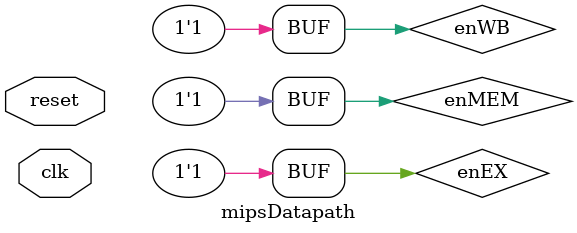
<source format=v>
/*输入:
`include "./n5_ALU.v"
    clk reset
    输出:无
*/
module mipsDatapath(
    input clk,reset
);
//输出线路声明************************************************************************************************************************
    //F
        //PC
        wire [31:0] PC_F;
        //IM
        wire [31:0] INS_F;
    //D
        //ID
        wire [31:0] INS_D;
        wire [31:0] PC_D;
        wire [31:0] PC4_D;
        wire [31:0] PC8_D;
        //Controller_D
        wire NPC_isJr_01;
        wire NPC_isJal_02;
        wire NPC_isBranch_03;
        wire NPC_isBgezall_04;
        wire [4:0]  Rs_D;
        wire [4:0]  Rt_D;
        wire [4:0]  Rd_D;
        wire [15:0] imm_D;
        wire [25:0] ins_index_D;
        //GRF
        wire [31:0] RD1_D;
        wire [31:0] RD2_D;
        //NPC
        wire [31:0]NPC;
        //CMP
        wire isEqual_CMP;
    //E
        //EX
        wire [31:0] INS_E;
        wire [31:0] PC_E;
        wire [31:0] PC4_E;
        wire [31:0] PC8_E;
        wire [31:0] RD1_E;
        wire [31:0] RD2_E;
        //Controller_E
        wire        ALU_B_01;
        wire        ALU_immExt_02;
        wire [2:0]  ALU_Op_03;
        wire [15:0] imm_E;
        //ALU
        wire [31:0] ALU_C;
        //EXT
        wire [31:0] immHasExted_E;
    //M
        //MEM
        wire [31:0] INS_M;
        wire [31:0] PC_M;
        wire [31:0] PC4_M;
        wire [31:0] PC8_M;
        wire [31:0] ALU_M;
        wire [31:0] Rt_M;
        //Controller_M
        wire DM_WE;
        //DM
        wire [31:0] DM_M;
    //W
        //WB
        wire [31:0] INS_W;
        wire [31:0] PC_W;
        wire [31:0] PC4_W;
        wire [31:0] PC8_W;
        wire [31:0] ALU_W;
        wire [31:0] DM_W;
        //Controller_W
        wire [1:0]  GRF_A3_01;
        wire        GRF_WE_02;
        wire [1:0]  GRF_WD_03;
        wire [4:0]  Rs_W;
        wire [4:0]  Rt_W;
        wire [4:0]  Rd_W;
    //Hazard
        //Hazard
        wire stallPC;
        wire stallID;
        wire flushEX;
    //Forward
        //Forward
            //NPC_Rs
                wire    [1:0]   JReg_NPC_Rs_Choose;
            //CMP
                //Rs
                wire    [1:0]   Beq_CMP_Rs_Choose;
                //Rt
                wire    [1:0]   Beq_CMP_Rt_Choose;
            //ALU
                //Rs
                wire    [2:0]   cal_r_cal_i_load_store_ALU_Rs_Choose;
                //Rt
                wire    [2:0]   cal_r_ALU_Rt_Choose;
            //Store
                //DM
                wire    [1:0]   store_Rt_Choose_DM_M;
                //Rt_E
                wire    [1:0]   store_Rt_Choose_Rt_E;




//使能线路声明************************************************************************************************************************
    //PC 用Hazard stallPC
    //ID 用Hazard stallID
    //EX 用Hazard的(flushEX||reset) 同时en恒为1
    wire enEX;
    assign enEX=1;
    //MEM en恒为1
    wire enMEM;
    assign enMEM=1;
    //WB en恒为1
    wire enWB;
    assign enWB=1;




//连接模块****************************************************************************************************************************
    //F
        //PC
        PC myPC(
            .clk(clk),
            .reset(reset),
            .en(~stallPC),
            .NPC(NPC),
            .PC(PC_F)
        );
        //IM
        IM myIM(
            .PC(PC_F),
            .Ins(INS_F)
        );
    //D
        //清空延迟槽，选择ID的PC_F为0，INS_F为0
        wire [31:0]tempINS_F,tempPC_F;
        assign tempINS_F = (NPC_isBgezall_04 & isBgezallSuc)?32'h0000_0000:INS_F;
        assign tempPC_F  = (NPC_isBgezall_04 & isBgezallSuc)?32'h0000_0000:PC_F;
        //ID
        ID myID(
            .clk(clk),
            .reset(reset),
            .en(~stallID),

            .INS_F(tempINS_F),
            .PC_F(tempPC_F),

            .INS_D(INS_D),
            .PC_D(PC_D),
            .PC4_D(PC4_D),
            .PC8_D(PC8_D)
        );
        //Controller_D
        Controller Controller_D(
        //ins**********************************
            .ins(INS_D),
        //GRF**********************************
            // .[1:0]GRF_A3_01( ),
            // .     GRF_WE_02( ),
            // .[1:0]GRF_WD_03( ),
        //ALU**********************************
            // .     ALU_B_01( ),
            // .     ALU_immExt_02( ),
            // .[2:0]ALU_Op_03( ),
        //DM***********************************
            // .     DM_WE_01( ),
        //NPC**********************************
            .NPC_isJr_01(NPC_isJr_01),
            .NPC_isJal_02(NPC_isJal_02),
            .NPC_isBranch_03(NPC_isBranch_03),
            .NPC_isBgezall_04(NPC_isBgezall_04),
        //ins_parts****************************
            .Rs(Rs_D),
            .Rt(Rt_D),
            .Rd(Rd_D),
            .imm(imm_D),
            .ins_index(ins_index_D)
        );
        //GRF
            //A3端口选择
            wire [4:0]  tempGRF_A3;
            assign tempGRF_A3 = 
                (GRF_A3_01==2'b10)? 5'd31:
                (GRF_A3_01==2'b01)? Rt_W:
                Rd_W;
            //WD端口选择
            wire [31:0] tempGRF_WD;
            assign tempGRF_WD = 
                (GRF_WD_03==2'b10)? PC8_W:
                (GRF_WD_03==2'b01)? DM_W:
                ALU_W;
        GRF myGRF(
            .clk(clk),
            .reset(reset),

            .PC_W(PC_W),
            .A1(Rs_D),
            .A2(Rt_D),
            .A3(tempGRF_A3),
            .WD(tempGRF_WD),
            .WE(GRF_WE_02),

            .RD1(RD1_D),
            .RD2(RD2_D)
        );
        //NPC
            //Rs选择
            //10-ALU_M 01-PC8_M 00-RD1
            wire [31:0]tempNPC_Rs;
            assign tempNPC_Rs = 
                (JReg_NPC_Rs_Choose==2'b10)?    ALU_M:
                (JReg_NPC_Rs_Choose==2'b01)?    PC8_M:
                RD1_D;
            //bgezallSuc判断
            wire isBgezallSuc;
            assign isBgezallSuc = (tempCMP_Rs[31]==1)?0:1;
        NPC myNPC(
            .PC_F(PC_F),
            .PC_D(PC_D),

            .rs(tempNPC_Rs),
            .imm(imm_D),
            .ins_index(ins_index_D),

            .isJr(NPC_isJr_01),
            .isJal(NPC_isJal_02),
            .isBranch(NPC_isBranch_03),
            .isBranchSuccess(isEqual_CMP),
            .isBgezall(NPC_isBgezall_04),
            .isBgezallSuc(isBgezallSuc),

            .NPC(NPC)
        );
        //CMP
            //CMP_Rs选择
            //10-ALU_M 01-PC8_M 00-RD1
            wire [31:0] tempCMP_Rs;
            assign tempCMP_Rs = 
                (Beq_CMP_Rs_Choose==2'b10)? ALU_M:
                (Beq_CMP_Rs_Choose==2'b01)? PC8_M:
                RD1_D;
            //CMP_Rt选择
            //10-ALU_M 01-PC8_M 00-RD2
            wire [31:0] tempCMP_Rt;
            assign tempCMP_Rt =
                (Beq_CMP_Rt_Choose==2'b10)? ALU_M:
                (Beq_CMP_Rt_Choose==2'b01)? PC8_M:
                RD2_D;
        CMP myCMP(
            .Rs(tempCMP_Rs),
            .Rt(tempCMP_Rt),

            .isEqual(isEqual_CMP)
        );
    //E
        //EX
            //flush整合进reset
            wire tempReset_EX;
            assign tempReset_EX = (reset||flushEX);
        EX myEX(
            //时钟
            .clk(clk),
            .reset(tempReset_EX),
            .en(enEX),

            //指令
            .INS_D(INS_D),
            .PC_D(PC_D),
            .PC4_D(PC4_D),
            .PC8_D(PC8_D),
            //GRF读出
            .RD1_D(RD1_D),
            .RD2_D(RD2_D),

            //指令
            .INS_E(INS_E),
            .PC_E(PC_E),
            .PC4_E(PC4_E),
            .PC8_E(PC8_E),
            //GRF读出
            .RD1_E(RD1_E),
            .RD2_E(RD2_E)
        );
        //Controller_E
        Controller Controller_E(
        //ins**********************************
            .ins(INS_E),
        //GRF**********************************
            // .[1:0]GRF_A3_01( ),
            // .     GRF_WE_02( ),
            // .[1:0]GRF_WD_03( ),
        //ALU**********************************
            .ALU_B_01(ALU_B_01),
            .ALU_immExt_02(ALU_immExt_02),
            .ALU_Op_03(ALU_Op_03),
        //DM***********************************
            // .     DM_WE_01( ),
        //NPC**********************************
            // .     NPC_isJr_01( ),
            // .     NPC_isJal_02( ),
            // .     NPC_isBranch_03( ),
        //ins_parts****************************
            // .[4:0]    Rs( ),
            // .[4:0]    Rt( ),
            // .[4:0]    Rd( ),
            .imm(imm_E)
            // .[25:0]   ins_index
        );
        //ALU
            //ALU_Rs选择
            //100-ALU_M 011-ALU_W 010-DM_W 001-PC8_W 000-RD1_E
            wire [31:0] tempALU_Rs;
            assign tempALU_Rs = 
                (cal_r_cal_i_load_store_ALU_Rs_Choose==3'b101)? ALU_M:
                (cal_r_cal_i_load_store_ALU_Rs_Choose==3'b100)? PC8_M:
                (cal_r_cal_i_load_store_ALU_Rs_Choose==3'b011)? ALU_W:
                (cal_r_cal_i_load_store_ALU_Rs_Choose==3'b010)? DM_W:
                (cal_r_cal_i_load_store_ALU_Rs_Choose==3'b001)? PC8_W:
                RD1_E;
            //ALU_B选择
            wire [31:0] tempALU_B;
            assign tempALU_B =
                (ALU_B_01==1'b1)?   immHasExted_E:
                tempALU_Rt;
                //ALU_Rt选择
                //100-ALU_M 011-ALU_W 010-DM_W 001-PC8_W 000-RD2_E
                wire [31:0] tempALU_Rt;
                assign tempALU_Rt = 
                    (cal_r_ALU_Rt_Choose==3'b101)?  ALU_M:
                    (cal_r_ALU_Rt_Choose==3'b100)?  PC8_M:
                    (cal_r_ALU_Rt_Choose==3'b011)?  ALU_W:
                    (cal_r_ALU_Rt_Choose==3'b010)?  DM_W:
                    (cal_r_ALU_Rt_Choose==3'b001)?  PC8_W:
                    RD2_E;
        ALU myALU(
            .A(tempALU_Rs),
            .B(tempALU_B),
            .ALUOp(ALU_Op_03),

            .C(ALU_C)
        );
        //EXT
        EXT myEXT(
            .imm(imm_E),
            .zeroOrSigned(ALU_immExt_02),

            .immHasExted(immHasExted_E)
        );
    //M
        //MEM
            //Store Rt_E的选择
            //11-ALU_W 10-DM_W 01-PC8_W 00-RD2_E
            wire [31:0] tempRt_E;
            assign tempRt_E = 
                (store_Rt_Choose_Rt_E==2'b11)?  ALU_W:
                (store_Rt_Choose_Rt_E==2'b10)?  DM_W:
                (store_Rt_Choose_Rt_E==2'b01)?  PC8_W:
                RD2_E;
        MEM myMEM(
            //时钟
            .clk(clk),
            .reset(reset),
            .en(enMEM),

            //指令
            .INS_E(INS_E),
            .PC_E(PC_E),
            .PC4_E(PC4_E),
            .PC8_E(PC8_E),
            //GRF读出
            .ALU_E(ALU_C),
            .Rt_E(tempRt_E),

            //指令
            .INS_M(INS_M),
            .PC_M(PC_M),
            .PC4_M(PC4_M),
            .PC8_M(PC8_M),
            //GRF读出
            .ALU_M(ALU_M),
            .Rt_M(Rt_M)
        );
        //Controller_M
        Controller COntroller_M(
        //ins**********************************
            .ins(INS_M),
        //GRF**********************************
            // .[1:0]GRF_A3_01( ),
            // .     GRF_WE_02( ),
            // .[1:0]GRF_WD_03( ),
        //ALU**********************************
            // .     ALU_B_01( ),
            // .     ALU_immExt_02( ),
            // .[2:0]ALU_Op_03( ),
        //DM***********************************
            .DM_WE_01(DM_WE)
        //NPC**********************************
            // .     NPC_isJr_01( ),
            // .     NPC_isJal_02( ),
            // .     NPC_isBranch_03( ),
        //ins_parts****************************
            // .[4:0]    Rs( ),
            // .[4:0]    Rt( ),
            // .[4:0]    Rd( ),
            // .[15:0]   imm( ),
            // .[25:0]   ins_index
        );
        //DM
            //DM的Rt端口选择
            //11-ALU_W 10-DM_W 01-PC8_W 00-Rt_M
            wire [31:0] tempDM_WD;
            assign tempDM_WD = 
                (store_Rt_Choose_DM_M==2'b11)?  ALU_W:
                (store_Rt_Choose_DM_M==2'b10)?  DM_W:
                (store_Rt_Choose_DM_M==2'b01)?  PC8_W:
                Rt_M;
        DM myDM(
            .A(ALU_M),
            .WD(tempDM_WD),
            .PC_M(PC_M),
            .WE(DM_WE),

            .clk(clk),
            .reset(reset),
            
            .RD(DM_M)
        );
    //W
        //WB
        WB myWB(
            //时钟
            .clk(clk),
            .reset(reset),
            .en(enWB),

            //指令
            .INS_M(INS_M),
            .PC_M(PC_M),
            .PC4_M(PC4_M),
            .PC8_M(PC8_M),
            //GRF读出
            .ALU_M(ALU_M),
            .DM_M(DM_M),

            //指令
            .INS_W(INS_W),
            .PC_W(PC_W),
            .PC4_W(PC4_W),
            .PC8_W(PC8_W),
            //GRF读出
            .ALU_W(ALU_W),
            .DM_W(DM_W)
        );
        //Controller_W
        Controller Controller_M(
        //ins**********************************
            .ins(INS_W),
        //GRF**********************************
            .GRF_A3_01(GRF_A3_01),
            .GRF_WE_02(GRF_WE_02),
            .GRF_WD_03(GRF_WD_03),
        //ALU**********************************
            // .     ALU_B_01( ),
            // .     ALU_immExt_02( ),
            // .[2:0]ALU_Op_03( ),
        //DM***********************************
            // .     DM_WE_01( ),
        //NPC**********************************
            // .     NPC_isJr_01( ),
            // .     NPC_isJal_02( ),
            // .     NPC_isBranch_03( ),
        //ins_parts****************************
            .Rs(Rs_W),
            .Rt(Rt_W),
            .Rd(Rd_W)
            // .[15:0]   imm( ),
            // .[25:0]   ins_index
        );
    //Hazard
        //Hazard
        Hazard myHazard(
            .INS_D(INS_D),
            .INS_E(INS_E),
            .INS_M(INS_M),

            .stallPC(stallPC),
            .stallID(stallID),
            .flushEX(flushEX)
        );
    //Forward
        //Forward
        Forward myForward(
            .INS_D(INS_D),
            .INS_E(INS_E),
            .INS_M(INS_M),
            .INS_W(INS_W),

            //NPC
            .JReg_NPC_RsChoose(JReg_NPC_Rs_Choose),
            //CMP
            .Beq_CMP_RsChoose(Beq_CMP_Rs_Choose),
            .Beq_CMP_RtChoose(Beq_CMP_Rt_Choose),
            //ALU
            .cal_r_cal_i_load_store_ALU_RsChoose(cal_r_cal_i_load_store_ALU_Rs_Choose),
            .cal_r_ALU_RtChoose(cal_r_ALU_Rt_Choose),
            //Store
            .store_RtChoose_DM_M(store_Rt_Choose_DM_M),
            .store_RtChoose_Rt_E(store_Rt_Choose_Rt_E)
        );

endmodule

</source>
